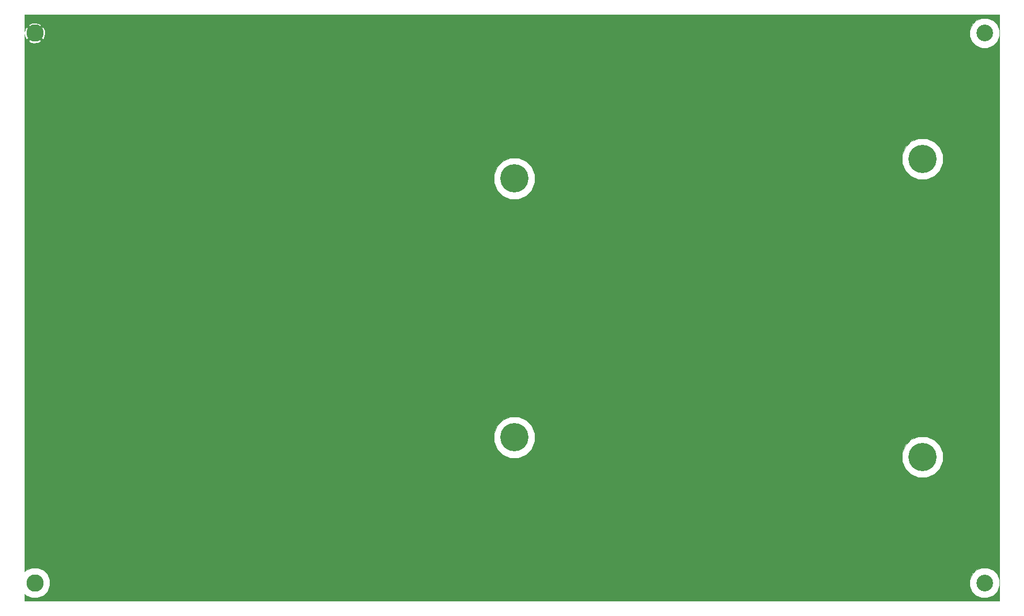
<source format=gbr>
G04 #@! TF.FileFunction,Copper,L1,Top,Signal*
%FSLAX46Y46*%
G04 Gerber Fmt 4.6, Leading zero omitted, Abs format (unit mm)*
G04 Created by KiCad (PCBNEW no-vcs-found-product) date Fri Aug 12 11:43:08 2016*
%MOMM*%
%LPD*%
G01*
G04 APERTURE LIST*
%ADD10C,0.100000*%
%ADD11C,4.572000*%
%ADD12C,2.700000*%
%ADD13C,2.800000*%
G04 APERTURE END LIST*
D10*
D11*
X139305000Y-70995000D03*
X205345000Y-67820000D03*
X205345000Y-116080000D03*
X139305000Y-112905000D03*
D12*
X215380000Y-136450000D03*
X215380000Y-47450000D03*
D13*
X61710000Y-136450000D03*
X61710000Y-47450000D03*
D10*
G36*
X217825000Y-139400000D02*
X60075000Y-139400000D01*
X60075000Y-138279994D01*
X60320375Y-138525798D01*
X61220527Y-138899573D01*
X62195197Y-138900424D01*
X63096000Y-138528220D01*
X63785798Y-137839625D01*
X64159573Y-136939473D01*
X64159585Y-136925295D01*
X212979584Y-136925295D01*
X213344192Y-137807715D01*
X214018734Y-138483435D01*
X214900516Y-138849583D01*
X215855295Y-138850416D01*
X216737715Y-138485808D01*
X217413435Y-137811266D01*
X217779583Y-136929484D01*
X217780416Y-135974705D01*
X217415808Y-135092285D01*
X216741266Y-134416565D01*
X215859484Y-134050417D01*
X214904705Y-134049584D01*
X214022285Y-134414192D01*
X213346565Y-135088734D01*
X212980417Y-135970516D01*
X212979584Y-136925295D01*
X64159585Y-136925295D01*
X64160424Y-135964803D01*
X63788220Y-135064000D01*
X63099625Y-134374202D01*
X62199473Y-134000427D01*
X61224803Y-133999576D01*
X60324000Y-134371780D01*
X60075000Y-134620346D01*
X60075000Y-116740660D01*
X202008422Y-116740660D01*
X202515228Y-117967223D01*
X203452841Y-118906474D01*
X204678517Y-119415420D01*
X206005660Y-119416578D01*
X207232223Y-118909772D01*
X208171474Y-117972159D01*
X208680420Y-116746483D01*
X208681578Y-115419340D01*
X208174772Y-114192777D01*
X207237159Y-113253526D01*
X206011483Y-112744580D01*
X204684340Y-112743422D01*
X203457777Y-113250228D01*
X202518526Y-114187841D01*
X202009580Y-115413517D01*
X202008422Y-116740660D01*
X60075000Y-116740660D01*
X60075000Y-113565660D01*
X135968422Y-113565660D01*
X136475228Y-114792223D01*
X137412841Y-115731474D01*
X138638517Y-116240420D01*
X139965660Y-116241578D01*
X141192223Y-115734772D01*
X142131474Y-114797159D01*
X142640420Y-113571483D01*
X142641578Y-112244340D01*
X142134772Y-111017777D01*
X141197159Y-110078526D01*
X139971483Y-109569580D01*
X138644340Y-109568422D01*
X137417777Y-110075228D01*
X136478526Y-111012841D01*
X135969580Y-112238517D01*
X135968422Y-113565660D01*
X60075000Y-113565660D01*
X60075000Y-71655660D01*
X135968422Y-71655660D01*
X136475228Y-72882223D01*
X137412841Y-73821474D01*
X138638517Y-74330420D01*
X139965660Y-74331578D01*
X141192223Y-73824772D01*
X142131474Y-72887159D01*
X142640420Y-71661483D01*
X142641578Y-70334340D01*
X142134772Y-69107777D01*
X141508749Y-68480660D01*
X202008422Y-68480660D01*
X202515228Y-69707223D01*
X203452841Y-70646474D01*
X204678517Y-71155420D01*
X206005660Y-71156578D01*
X207232223Y-70649772D01*
X208171474Y-69712159D01*
X208680420Y-68486483D01*
X208681578Y-67159340D01*
X208174772Y-65932777D01*
X207237159Y-64993526D01*
X206011483Y-64484580D01*
X204684340Y-64483422D01*
X203457777Y-64990228D01*
X202518526Y-65927841D01*
X202009580Y-67153517D01*
X202008422Y-68480660D01*
X141508749Y-68480660D01*
X141197159Y-68168526D01*
X139971483Y-67659580D01*
X138644340Y-67658422D01*
X137417777Y-68165228D01*
X136478526Y-69102841D01*
X135969580Y-70328517D01*
X135968422Y-71655660D01*
X60075000Y-71655660D01*
X60075000Y-48730519D01*
X60717980Y-48730519D01*
X60893490Y-48920895D01*
X61518530Y-49121395D01*
X62172720Y-49067440D01*
X62526510Y-48920895D01*
X62702020Y-48730519D01*
X61710000Y-47738500D01*
X60717980Y-48730519D01*
X60075000Y-48730519D01*
X60075000Y-47699810D01*
X60092560Y-47912720D01*
X60239105Y-48266510D01*
X60429481Y-48442020D01*
X61421500Y-47450000D01*
X61998500Y-47450000D01*
X62990519Y-48442020D01*
X63180895Y-48266510D01*
X63290349Y-47925295D01*
X212979584Y-47925295D01*
X213344192Y-48807715D01*
X214018734Y-49483435D01*
X214900516Y-49849583D01*
X215855295Y-49850416D01*
X216737715Y-49485808D01*
X217413435Y-48811266D01*
X217779583Y-47929484D01*
X217780416Y-46974705D01*
X217415808Y-46092285D01*
X216741266Y-45416565D01*
X215859484Y-45050417D01*
X214904705Y-45049584D01*
X214022285Y-45414192D01*
X213346565Y-46088734D01*
X212980417Y-46970516D01*
X212979584Y-47925295D01*
X63290349Y-47925295D01*
X63381395Y-47641470D01*
X63327440Y-46987280D01*
X63180895Y-46633490D01*
X62990519Y-46457980D01*
X61998500Y-47450000D01*
X61421500Y-47450000D01*
X60429481Y-46457980D01*
X60239105Y-46633490D01*
X60075000Y-47145072D01*
X60075000Y-46169481D01*
X60717980Y-46169481D01*
X61710000Y-47161500D01*
X62702020Y-46169481D01*
X62526510Y-45979105D01*
X61901470Y-45778605D01*
X61247280Y-45832560D01*
X60893490Y-45979105D01*
X60717980Y-46169481D01*
X60075000Y-46169481D01*
X60075000Y-44500000D01*
X217825000Y-44500000D01*
X217825000Y-139400000D01*
X217825000Y-139400000D01*
G37*
X217825000Y-139400000D02*
X60075000Y-139400000D01*
X60075000Y-138279994D01*
X60320375Y-138525798D01*
X61220527Y-138899573D01*
X62195197Y-138900424D01*
X63096000Y-138528220D01*
X63785798Y-137839625D01*
X64159573Y-136939473D01*
X64159585Y-136925295D01*
X212979584Y-136925295D01*
X213344192Y-137807715D01*
X214018734Y-138483435D01*
X214900516Y-138849583D01*
X215855295Y-138850416D01*
X216737715Y-138485808D01*
X217413435Y-137811266D01*
X217779583Y-136929484D01*
X217780416Y-135974705D01*
X217415808Y-135092285D01*
X216741266Y-134416565D01*
X215859484Y-134050417D01*
X214904705Y-134049584D01*
X214022285Y-134414192D01*
X213346565Y-135088734D01*
X212980417Y-135970516D01*
X212979584Y-136925295D01*
X64159585Y-136925295D01*
X64160424Y-135964803D01*
X63788220Y-135064000D01*
X63099625Y-134374202D01*
X62199473Y-134000427D01*
X61224803Y-133999576D01*
X60324000Y-134371780D01*
X60075000Y-134620346D01*
X60075000Y-116740660D01*
X202008422Y-116740660D01*
X202515228Y-117967223D01*
X203452841Y-118906474D01*
X204678517Y-119415420D01*
X206005660Y-119416578D01*
X207232223Y-118909772D01*
X208171474Y-117972159D01*
X208680420Y-116746483D01*
X208681578Y-115419340D01*
X208174772Y-114192777D01*
X207237159Y-113253526D01*
X206011483Y-112744580D01*
X204684340Y-112743422D01*
X203457777Y-113250228D01*
X202518526Y-114187841D01*
X202009580Y-115413517D01*
X202008422Y-116740660D01*
X60075000Y-116740660D01*
X60075000Y-113565660D01*
X135968422Y-113565660D01*
X136475228Y-114792223D01*
X137412841Y-115731474D01*
X138638517Y-116240420D01*
X139965660Y-116241578D01*
X141192223Y-115734772D01*
X142131474Y-114797159D01*
X142640420Y-113571483D01*
X142641578Y-112244340D01*
X142134772Y-111017777D01*
X141197159Y-110078526D01*
X139971483Y-109569580D01*
X138644340Y-109568422D01*
X137417777Y-110075228D01*
X136478526Y-111012841D01*
X135969580Y-112238517D01*
X135968422Y-113565660D01*
X60075000Y-113565660D01*
X60075000Y-71655660D01*
X135968422Y-71655660D01*
X136475228Y-72882223D01*
X137412841Y-73821474D01*
X138638517Y-74330420D01*
X139965660Y-74331578D01*
X141192223Y-73824772D01*
X142131474Y-72887159D01*
X142640420Y-71661483D01*
X142641578Y-70334340D01*
X142134772Y-69107777D01*
X141508749Y-68480660D01*
X202008422Y-68480660D01*
X202515228Y-69707223D01*
X203452841Y-70646474D01*
X204678517Y-71155420D01*
X206005660Y-71156578D01*
X207232223Y-70649772D01*
X208171474Y-69712159D01*
X208680420Y-68486483D01*
X208681578Y-67159340D01*
X208174772Y-65932777D01*
X207237159Y-64993526D01*
X206011483Y-64484580D01*
X204684340Y-64483422D01*
X203457777Y-64990228D01*
X202518526Y-65927841D01*
X202009580Y-67153517D01*
X202008422Y-68480660D01*
X141508749Y-68480660D01*
X141197159Y-68168526D01*
X139971483Y-67659580D01*
X138644340Y-67658422D01*
X137417777Y-68165228D01*
X136478526Y-69102841D01*
X135969580Y-70328517D01*
X135968422Y-71655660D01*
X60075000Y-71655660D01*
X60075000Y-48730519D01*
X60717980Y-48730519D01*
X60893490Y-48920895D01*
X61518530Y-49121395D01*
X62172720Y-49067440D01*
X62526510Y-48920895D01*
X62702020Y-48730519D01*
X61710000Y-47738500D01*
X60717980Y-48730519D01*
X60075000Y-48730519D01*
X60075000Y-47699810D01*
X60092560Y-47912720D01*
X60239105Y-48266510D01*
X60429481Y-48442020D01*
X61421500Y-47450000D01*
X61998500Y-47450000D01*
X62990519Y-48442020D01*
X63180895Y-48266510D01*
X63290349Y-47925295D01*
X212979584Y-47925295D01*
X213344192Y-48807715D01*
X214018734Y-49483435D01*
X214900516Y-49849583D01*
X215855295Y-49850416D01*
X216737715Y-49485808D01*
X217413435Y-48811266D01*
X217779583Y-47929484D01*
X217780416Y-46974705D01*
X217415808Y-46092285D01*
X216741266Y-45416565D01*
X215859484Y-45050417D01*
X214904705Y-45049584D01*
X214022285Y-45414192D01*
X213346565Y-46088734D01*
X212980417Y-46970516D01*
X212979584Y-47925295D01*
X63290349Y-47925295D01*
X63381395Y-47641470D01*
X63327440Y-46987280D01*
X63180895Y-46633490D01*
X62990519Y-46457980D01*
X61998500Y-47450000D01*
X61421500Y-47450000D01*
X60429481Y-46457980D01*
X60239105Y-46633490D01*
X60075000Y-47145072D01*
X60075000Y-46169481D01*
X60717980Y-46169481D01*
X61710000Y-47161500D01*
X62702020Y-46169481D01*
X62526510Y-45979105D01*
X61901470Y-45778605D01*
X61247280Y-45832560D01*
X60893490Y-45979105D01*
X60717980Y-46169481D01*
X60075000Y-46169481D01*
X60075000Y-44500000D01*
X217825000Y-44500000D01*
X217825000Y-139400000D01*
M02*

</source>
